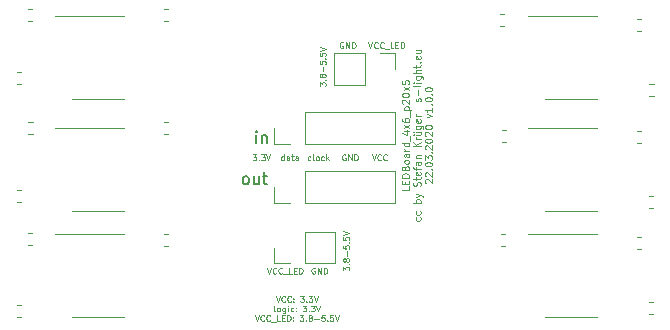
<source format=gbr>
G04 #@! TF.GenerationSoftware,KiCad,Pcbnew,5.99.0-unknown-103b0c1~100~ubuntu19.10.1*
G04 #@! TF.CreationDate,2020-03-22T12:14:24+01:00*
G04 #@! TF.ProjectId,LEDBoard_4x6_p20x5,4c454442-6f61-4726-945f-3478365f7032,v1.0.0*
G04 #@! TF.SameCoordinates,Original*
G04 #@! TF.FileFunction,Legend,Top*
G04 #@! TF.FilePolarity,Positive*
%FSLAX46Y46*%
G04 Gerber Fmt 4.6, Leading zero omitted, Abs format (unit mm)*
G04 Created by KiCad (PCBNEW 5.99.0-unknown-103b0c1~100~ubuntu19.10.1) date 2020-03-22 12:14:24*
%MOMM*%
%LPD*%
G01*
G04 APERTURE LIST*
%ADD10C,0.100000*%
%ADD11C,0.150000*%
%ADD12C,0.120000*%
G04 APERTURE END LIST*
D10*
X98726190Y-93942857D02*
X98726190Y-93633333D01*
X98916666Y-93800000D01*
X98916666Y-93728571D01*
X98940476Y-93680952D01*
X98964285Y-93657142D01*
X99011904Y-93633333D01*
X99130952Y-93633333D01*
X99178571Y-93657142D01*
X99202380Y-93680952D01*
X99226190Y-93728571D01*
X99226190Y-93871428D01*
X99202380Y-93919047D01*
X99178571Y-93942857D01*
X99178571Y-93419047D02*
X99202380Y-93395238D01*
X99226190Y-93419047D01*
X99202380Y-93442857D01*
X99178571Y-93419047D01*
X99226190Y-93419047D01*
X98940476Y-93109523D02*
X98916666Y-93157142D01*
X98892857Y-93180952D01*
X98845238Y-93204761D01*
X98821428Y-93204761D01*
X98773809Y-93180952D01*
X98750000Y-93157142D01*
X98726190Y-93109523D01*
X98726190Y-93014285D01*
X98750000Y-92966666D01*
X98773809Y-92942857D01*
X98821428Y-92919047D01*
X98845238Y-92919047D01*
X98892857Y-92942857D01*
X98916666Y-92966666D01*
X98940476Y-93014285D01*
X98940476Y-93109523D01*
X98964285Y-93157142D01*
X98988095Y-93180952D01*
X99035714Y-93204761D01*
X99130952Y-93204761D01*
X99178571Y-93180952D01*
X99202380Y-93157142D01*
X99226190Y-93109523D01*
X99226190Y-93014285D01*
X99202380Y-92966666D01*
X99178571Y-92942857D01*
X99130952Y-92919047D01*
X99035714Y-92919047D01*
X98988095Y-92942857D01*
X98964285Y-92966666D01*
X98940476Y-93014285D01*
X99035714Y-92704761D02*
X99035714Y-92323809D01*
X98726190Y-91847619D02*
X98726190Y-92085714D01*
X98964285Y-92109523D01*
X98940476Y-92085714D01*
X98916666Y-92038095D01*
X98916666Y-91919047D01*
X98940476Y-91871428D01*
X98964285Y-91847619D01*
X99011904Y-91823809D01*
X99130952Y-91823809D01*
X99178571Y-91847619D01*
X99202380Y-91871428D01*
X99226190Y-91919047D01*
X99226190Y-92038095D01*
X99202380Y-92085714D01*
X99178571Y-92109523D01*
X99178571Y-91609523D02*
X99202380Y-91585714D01*
X99226190Y-91609523D01*
X99202380Y-91633333D01*
X99178571Y-91609523D01*
X99226190Y-91609523D01*
X98726190Y-91133333D02*
X98726190Y-91371428D01*
X98964285Y-91395238D01*
X98940476Y-91371428D01*
X98916666Y-91323809D01*
X98916666Y-91204761D01*
X98940476Y-91157142D01*
X98964285Y-91133333D01*
X99011904Y-91109523D01*
X99130952Y-91109523D01*
X99178571Y-91133333D01*
X99202380Y-91157142D01*
X99226190Y-91204761D01*
X99226190Y-91323809D01*
X99202380Y-91371428D01*
X99178571Y-91395238D01*
X98726190Y-90966666D02*
X99226190Y-90800000D01*
X98726190Y-90633333D01*
X100726190Y-109542857D02*
X100726190Y-109233333D01*
X100916666Y-109400000D01*
X100916666Y-109328571D01*
X100940476Y-109280952D01*
X100964285Y-109257142D01*
X101011904Y-109233333D01*
X101130952Y-109233333D01*
X101178571Y-109257142D01*
X101202380Y-109280952D01*
X101226190Y-109328571D01*
X101226190Y-109471428D01*
X101202380Y-109519047D01*
X101178571Y-109542857D01*
X101178571Y-109019047D02*
X101202380Y-108995238D01*
X101226190Y-109019047D01*
X101202380Y-109042857D01*
X101178571Y-109019047D01*
X101226190Y-109019047D01*
X100940476Y-108709523D02*
X100916666Y-108757142D01*
X100892857Y-108780952D01*
X100845238Y-108804761D01*
X100821428Y-108804761D01*
X100773809Y-108780952D01*
X100750000Y-108757142D01*
X100726190Y-108709523D01*
X100726190Y-108614285D01*
X100750000Y-108566666D01*
X100773809Y-108542857D01*
X100821428Y-108519047D01*
X100845238Y-108519047D01*
X100892857Y-108542857D01*
X100916666Y-108566666D01*
X100940476Y-108614285D01*
X100940476Y-108709523D01*
X100964285Y-108757142D01*
X100988095Y-108780952D01*
X101035714Y-108804761D01*
X101130952Y-108804761D01*
X101178571Y-108780952D01*
X101202380Y-108757142D01*
X101226190Y-108709523D01*
X101226190Y-108614285D01*
X101202380Y-108566666D01*
X101178571Y-108542857D01*
X101130952Y-108519047D01*
X101035714Y-108519047D01*
X100988095Y-108542857D01*
X100964285Y-108566666D01*
X100940476Y-108614285D01*
X101035714Y-108304761D02*
X101035714Y-107923809D01*
X100726190Y-107447619D02*
X100726190Y-107685714D01*
X100964285Y-107709523D01*
X100940476Y-107685714D01*
X100916666Y-107638095D01*
X100916666Y-107519047D01*
X100940476Y-107471428D01*
X100964285Y-107447619D01*
X101011904Y-107423809D01*
X101130952Y-107423809D01*
X101178571Y-107447619D01*
X101202380Y-107471428D01*
X101226190Y-107519047D01*
X101226190Y-107638095D01*
X101202380Y-107685714D01*
X101178571Y-107709523D01*
X101178571Y-107209523D02*
X101202380Y-107185714D01*
X101226190Y-107209523D01*
X101202380Y-107233333D01*
X101178571Y-107209523D01*
X101226190Y-107209523D01*
X100726190Y-106733333D02*
X100726190Y-106971428D01*
X100964285Y-106995238D01*
X100940476Y-106971428D01*
X100916666Y-106923809D01*
X100916666Y-106804761D01*
X100940476Y-106757142D01*
X100964285Y-106733333D01*
X101011904Y-106709523D01*
X101130952Y-106709523D01*
X101178571Y-106733333D01*
X101202380Y-106757142D01*
X101226190Y-106804761D01*
X101226190Y-106923809D01*
X101202380Y-106971428D01*
X101178571Y-106995238D01*
X100726190Y-106566666D02*
X101226190Y-106400000D01*
X100726190Y-106233333D01*
X93061904Y-99726190D02*
X93371428Y-99726190D01*
X93204761Y-99916666D01*
X93276190Y-99916666D01*
X93323809Y-99940476D01*
X93347619Y-99964285D01*
X93371428Y-100011904D01*
X93371428Y-100130952D01*
X93347619Y-100178571D01*
X93323809Y-100202380D01*
X93276190Y-100226190D01*
X93133333Y-100226190D01*
X93085714Y-100202380D01*
X93061904Y-100178571D01*
X93585714Y-100178571D02*
X93609523Y-100202380D01*
X93585714Y-100226190D01*
X93561904Y-100202380D01*
X93585714Y-100178571D01*
X93585714Y-100226190D01*
X93776190Y-99726190D02*
X94085714Y-99726190D01*
X93919047Y-99916666D01*
X93990476Y-99916666D01*
X94038095Y-99940476D01*
X94061904Y-99964285D01*
X94085714Y-100011904D01*
X94085714Y-100130952D01*
X94061904Y-100178571D01*
X94038095Y-100202380D01*
X93990476Y-100226190D01*
X93847619Y-100226190D01*
X93800000Y-100202380D01*
X93776190Y-100178571D01*
X94228571Y-99726190D02*
X94395238Y-100226190D01*
X94561904Y-99726190D01*
D11*
X92390476Y-102252380D02*
X92295238Y-102204761D01*
X92247619Y-102157142D01*
X92200000Y-102061904D01*
X92200000Y-101776190D01*
X92247619Y-101680952D01*
X92295238Y-101633333D01*
X92390476Y-101585714D01*
X92533333Y-101585714D01*
X92628571Y-101633333D01*
X92676190Y-101680952D01*
X92723809Y-101776190D01*
X92723809Y-102061904D01*
X92676190Y-102157142D01*
X92628571Y-102204761D01*
X92533333Y-102252380D01*
X92390476Y-102252380D01*
X93580952Y-101585714D02*
X93580952Y-102252380D01*
X93152380Y-101585714D02*
X93152380Y-102109523D01*
X93200000Y-102204761D01*
X93295238Y-102252380D01*
X93438095Y-102252380D01*
X93533333Y-102204761D01*
X93580952Y-102157142D01*
X93914285Y-101585714D02*
X94295238Y-101585714D01*
X94057142Y-101252380D02*
X94057142Y-102109523D01*
X94104761Y-102204761D01*
X94200000Y-102252380D01*
X94295238Y-102252380D01*
X93347619Y-98752380D02*
X93347619Y-98085714D01*
X93347619Y-97752380D02*
X93300000Y-97800000D01*
X93347619Y-97847619D01*
X93395238Y-97800000D01*
X93347619Y-97752380D01*
X93347619Y-97847619D01*
X93823809Y-98085714D02*
X93823809Y-98752380D01*
X93823809Y-98180952D02*
X93871428Y-98133333D01*
X93966666Y-98085714D01*
X94109523Y-98085714D01*
X94204761Y-98133333D01*
X94252380Y-98228571D01*
X94252380Y-98752380D01*
D10*
X97945238Y-100202380D02*
X97897619Y-100226190D01*
X97802380Y-100226190D01*
X97754761Y-100202380D01*
X97730952Y-100178571D01*
X97707142Y-100130952D01*
X97707142Y-99988095D01*
X97730952Y-99940476D01*
X97754761Y-99916666D01*
X97802380Y-99892857D01*
X97897619Y-99892857D01*
X97945238Y-99916666D01*
X98230952Y-100226190D02*
X98183333Y-100202380D01*
X98159523Y-100154761D01*
X98159523Y-99726190D01*
X98492857Y-100226190D02*
X98445238Y-100202380D01*
X98421428Y-100178571D01*
X98397619Y-100130952D01*
X98397619Y-99988095D01*
X98421428Y-99940476D01*
X98445238Y-99916666D01*
X98492857Y-99892857D01*
X98564285Y-99892857D01*
X98611904Y-99916666D01*
X98635714Y-99940476D01*
X98659523Y-99988095D01*
X98659523Y-100130952D01*
X98635714Y-100178571D01*
X98611904Y-100202380D01*
X98564285Y-100226190D01*
X98492857Y-100226190D01*
X99088095Y-100202380D02*
X99040476Y-100226190D01*
X98945238Y-100226190D01*
X98897619Y-100202380D01*
X98873809Y-100178571D01*
X98850000Y-100130952D01*
X98850000Y-99988095D01*
X98873809Y-99940476D01*
X98897619Y-99916666D01*
X98945238Y-99892857D01*
X99040476Y-99892857D01*
X99088095Y-99916666D01*
X99302380Y-100226190D02*
X99302380Y-99726190D01*
X99350000Y-100035714D02*
X99492857Y-100226190D01*
X99492857Y-99892857D02*
X99302380Y-100083333D01*
X95711904Y-100226190D02*
X95711904Y-99726190D01*
X95711904Y-100202380D02*
X95664285Y-100226190D01*
X95569047Y-100226190D01*
X95521428Y-100202380D01*
X95497619Y-100178571D01*
X95473809Y-100130952D01*
X95473809Y-99988095D01*
X95497619Y-99940476D01*
X95521428Y-99916666D01*
X95569047Y-99892857D01*
X95664285Y-99892857D01*
X95711904Y-99916666D01*
X96164285Y-100226190D02*
X96164285Y-99964285D01*
X96140476Y-99916666D01*
X96092857Y-99892857D01*
X95997619Y-99892857D01*
X95950000Y-99916666D01*
X96164285Y-100202380D02*
X96116666Y-100226190D01*
X95997619Y-100226190D01*
X95950000Y-100202380D01*
X95926190Y-100154761D01*
X95926190Y-100107142D01*
X95950000Y-100059523D01*
X95997619Y-100035714D01*
X96116666Y-100035714D01*
X96164285Y-100011904D01*
X96330952Y-99892857D02*
X96521428Y-99892857D01*
X96402380Y-99726190D02*
X96402380Y-100154761D01*
X96426190Y-100202380D01*
X96473809Y-100226190D01*
X96521428Y-100226190D01*
X96902380Y-100226190D02*
X96902380Y-99964285D01*
X96878571Y-99916666D01*
X96830952Y-99892857D01*
X96735714Y-99892857D01*
X96688095Y-99916666D01*
X96902380Y-100202380D02*
X96854761Y-100226190D01*
X96735714Y-100226190D01*
X96688095Y-100202380D01*
X96664285Y-100154761D01*
X96664285Y-100107142D01*
X96688095Y-100059523D01*
X96735714Y-100035714D01*
X96854761Y-100035714D01*
X96902380Y-100011904D01*
X103133333Y-99726190D02*
X103300000Y-100226190D01*
X103466666Y-99726190D01*
X103919047Y-100178571D02*
X103895238Y-100202380D01*
X103823809Y-100226190D01*
X103776190Y-100226190D01*
X103704761Y-100202380D01*
X103657142Y-100154761D01*
X103633333Y-100107142D01*
X103609523Y-100011904D01*
X103609523Y-99940476D01*
X103633333Y-99845238D01*
X103657142Y-99797619D01*
X103704761Y-99750000D01*
X103776190Y-99726190D01*
X103823809Y-99726190D01*
X103895238Y-99750000D01*
X103919047Y-99773809D01*
X104419047Y-100178571D02*
X104395238Y-100202380D01*
X104323809Y-100226190D01*
X104276190Y-100226190D01*
X104204761Y-100202380D01*
X104157142Y-100154761D01*
X104133333Y-100107142D01*
X104109523Y-100011904D01*
X104109523Y-99940476D01*
X104133333Y-99845238D01*
X104157142Y-99797619D01*
X104204761Y-99750000D01*
X104276190Y-99726190D01*
X104323809Y-99726190D01*
X104395238Y-99750000D01*
X104419047Y-99773809D01*
X100919047Y-99750000D02*
X100871428Y-99726190D01*
X100800000Y-99726190D01*
X100728571Y-99750000D01*
X100680952Y-99797619D01*
X100657142Y-99845238D01*
X100633333Y-99940476D01*
X100633333Y-100011904D01*
X100657142Y-100107142D01*
X100680952Y-100154761D01*
X100728571Y-100202380D01*
X100800000Y-100226190D01*
X100847619Y-100226190D01*
X100919047Y-100202380D01*
X100942857Y-100178571D01*
X100942857Y-100011904D01*
X100847619Y-100011904D01*
X101157142Y-100226190D02*
X101157142Y-99726190D01*
X101442857Y-100226190D01*
X101442857Y-99726190D01*
X101680952Y-100226190D02*
X101680952Y-99726190D01*
X101800000Y-99726190D01*
X101871428Y-99750000D01*
X101919047Y-99797619D01*
X101942857Y-99845238D01*
X101966666Y-99940476D01*
X101966666Y-100011904D01*
X101942857Y-100107142D01*
X101919047Y-100154761D01*
X101871428Y-100202380D01*
X101800000Y-100226190D01*
X101680952Y-100226190D01*
X98319047Y-109350000D02*
X98271428Y-109326190D01*
X98200000Y-109326190D01*
X98128571Y-109350000D01*
X98080952Y-109397619D01*
X98057142Y-109445238D01*
X98033333Y-109540476D01*
X98033333Y-109611904D01*
X98057142Y-109707142D01*
X98080952Y-109754761D01*
X98128571Y-109802380D01*
X98200000Y-109826190D01*
X98247619Y-109826190D01*
X98319047Y-109802380D01*
X98342857Y-109778571D01*
X98342857Y-109611904D01*
X98247619Y-109611904D01*
X98557142Y-109826190D02*
X98557142Y-109326190D01*
X98842857Y-109826190D01*
X98842857Y-109326190D01*
X99080952Y-109826190D02*
X99080952Y-109326190D01*
X99200000Y-109326190D01*
X99271428Y-109350000D01*
X99319047Y-109397619D01*
X99342857Y-109445238D01*
X99366666Y-109540476D01*
X99366666Y-109611904D01*
X99342857Y-109707142D01*
X99319047Y-109754761D01*
X99271428Y-109802380D01*
X99200000Y-109826190D01*
X99080952Y-109826190D01*
X94264285Y-109326190D02*
X94430952Y-109826190D01*
X94597619Y-109326190D01*
X95050000Y-109778571D02*
X95026190Y-109802380D01*
X94954761Y-109826190D01*
X94907142Y-109826190D01*
X94835714Y-109802380D01*
X94788095Y-109754761D01*
X94764285Y-109707142D01*
X94740476Y-109611904D01*
X94740476Y-109540476D01*
X94764285Y-109445238D01*
X94788095Y-109397619D01*
X94835714Y-109350000D01*
X94907142Y-109326190D01*
X94954761Y-109326190D01*
X95026190Y-109350000D01*
X95050000Y-109373809D01*
X95550000Y-109778571D02*
X95526190Y-109802380D01*
X95454761Y-109826190D01*
X95407142Y-109826190D01*
X95335714Y-109802380D01*
X95288095Y-109754761D01*
X95264285Y-109707142D01*
X95240476Y-109611904D01*
X95240476Y-109540476D01*
X95264285Y-109445238D01*
X95288095Y-109397619D01*
X95335714Y-109350000D01*
X95407142Y-109326190D01*
X95454761Y-109326190D01*
X95526190Y-109350000D01*
X95550000Y-109373809D01*
X95645238Y-109873809D02*
X96026190Y-109873809D01*
X96383333Y-109826190D02*
X96145238Y-109826190D01*
X96145238Y-109326190D01*
X96550000Y-109564285D02*
X96716666Y-109564285D01*
X96788095Y-109826190D02*
X96550000Y-109826190D01*
X96550000Y-109326190D01*
X96788095Y-109326190D01*
X97002380Y-109826190D02*
X97002380Y-109326190D01*
X97121428Y-109326190D01*
X97192857Y-109350000D01*
X97240476Y-109397619D01*
X97264285Y-109445238D01*
X97288095Y-109540476D01*
X97288095Y-109611904D01*
X97264285Y-109707142D01*
X97240476Y-109754761D01*
X97192857Y-109802380D01*
X97121428Y-109826190D01*
X97002380Y-109826190D01*
X102864285Y-90226190D02*
X103030952Y-90726190D01*
X103197619Y-90226190D01*
X103650000Y-90678571D02*
X103626190Y-90702380D01*
X103554761Y-90726190D01*
X103507142Y-90726190D01*
X103435714Y-90702380D01*
X103388095Y-90654761D01*
X103364285Y-90607142D01*
X103340476Y-90511904D01*
X103340476Y-90440476D01*
X103364285Y-90345238D01*
X103388095Y-90297619D01*
X103435714Y-90250000D01*
X103507142Y-90226190D01*
X103554761Y-90226190D01*
X103626190Y-90250000D01*
X103650000Y-90273809D01*
X104150000Y-90678571D02*
X104126190Y-90702380D01*
X104054761Y-90726190D01*
X104007142Y-90726190D01*
X103935714Y-90702380D01*
X103888095Y-90654761D01*
X103864285Y-90607142D01*
X103840476Y-90511904D01*
X103840476Y-90440476D01*
X103864285Y-90345238D01*
X103888095Y-90297619D01*
X103935714Y-90250000D01*
X104007142Y-90226190D01*
X104054761Y-90226190D01*
X104126190Y-90250000D01*
X104150000Y-90273809D01*
X104245238Y-90773809D02*
X104626190Y-90773809D01*
X104983333Y-90726190D02*
X104745238Y-90726190D01*
X104745238Y-90226190D01*
X105150000Y-90464285D02*
X105316666Y-90464285D01*
X105388095Y-90726190D02*
X105150000Y-90726190D01*
X105150000Y-90226190D01*
X105388095Y-90226190D01*
X105602380Y-90726190D02*
X105602380Y-90226190D01*
X105721428Y-90226190D01*
X105792857Y-90250000D01*
X105840476Y-90297619D01*
X105864285Y-90345238D01*
X105888095Y-90440476D01*
X105888095Y-90511904D01*
X105864285Y-90607142D01*
X105840476Y-90654761D01*
X105792857Y-90702380D01*
X105721428Y-90726190D01*
X105602380Y-90726190D01*
X100719047Y-90250000D02*
X100671428Y-90226190D01*
X100600000Y-90226190D01*
X100528571Y-90250000D01*
X100480952Y-90297619D01*
X100457142Y-90345238D01*
X100433333Y-90440476D01*
X100433333Y-90511904D01*
X100457142Y-90607142D01*
X100480952Y-90654761D01*
X100528571Y-90702380D01*
X100600000Y-90726190D01*
X100647619Y-90726190D01*
X100719047Y-90702380D01*
X100742857Y-90678571D01*
X100742857Y-90511904D01*
X100647619Y-90511904D01*
X100957142Y-90726190D02*
X100957142Y-90226190D01*
X101242857Y-90726190D01*
X101242857Y-90226190D01*
X101480952Y-90726190D02*
X101480952Y-90226190D01*
X101600000Y-90226190D01*
X101671428Y-90250000D01*
X101719047Y-90297619D01*
X101742857Y-90345238D01*
X101766666Y-90440476D01*
X101766666Y-90511904D01*
X101742857Y-90607142D01*
X101719047Y-90654761D01*
X101671428Y-90702380D01*
X101600000Y-90726190D01*
X101480952Y-90726190D01*
X95014285Y-111721190D02*
X95180952Y-112221190D01*
X95347619Y-111721190D01*
X95800000Y-112173571D02*
X95776190Y-112197380D01*
X95704761Y-112221190D01*
X95657142Y-112221190D01*
X95585714Y-112197380D01*
X95538095Y-112149761D01*
X95514285Y-112102142D01*
X95490476Y-112006904D01*
X95490476Y-111935476D01*
X95514285Y-111840238D01*
X95538095Y-111792619D01*
X95585714Y-111745000D01*
X95657142Y-111721190D01*
X95704761Y-111721190D01*
X95776190Y-111745000D01*
X95800000Y-111768809D01*
X96300000Y-112173571D02*
X96276190Y-112197380D01*
X96204761Y-112221190D01*
X96157142Y-112221190D01*
X96085714Y-112197380D01*
X96038095Y-112149761D01*
X96014285Y-112102142D01*
X95990476Y-112006904D01*
X95990476Y-111935476D01*
X96014285Y-111840238D01*
X96038095Y-111792619D01*
X96085714Y-111745000D01*
X96157142Y-111721190D01*
X96204761Y-111721190D01*
X96276190Y-111745000D01*
X96300000Y-111768809D01*
X96514285Y-112173571D02*
X96538095Y-112197380D01*
X96514285Y-112221190D01*
X96490476Y-112197380D01*
X96514285Y-112173571D01*
X96514285Y-112221190D01*
X96514285Y-111911666D02*
X96538095Y-111935476D01*
X96514285Y-111959285D01*
X96490476Y-111935476D01*
X96514285Y-111911666D01*
X96514285Y-111959285D01*
X97085714Y-111721190D02*
X97395238Y-111721190D01*
X97228571Y-111911666D01*
X97300000Y-111911666D01*
X97347619Y-111935476D01*
X97371428Y-111959285D01*
X97395238Y-112006904D01*
X97395238Y-112125952D01*
X97371428Y-112173571D01*
X97347619Y-112197380D01*
X97300000Y-112221190D01*
X97157142Y-112221190D01*
X97109523Y-112197380D01*
X97085714Y-112173571D01*
X97609523Y-112173571D02*
X97633333Y-112197380D01*
X97609523Y-112221190D01*
X97585714Y-112197380D01*
X97609523Y-112173571D01*
X97609523Y-112221190D01*
X97800000Y-111721190D02*
X98109523Y-111721190D01*
X97942857Y-111911666D01*
X98014285Y-111911666D01*
X98061904Y-111935476D01*
X98085714Y-111959285D01*
X98109523Y-112006904D01*
X98109523Y-112125952D01*
X98085714Y-112173571D01*
X98061904Y-112197380D01*
X98014285Y-112221190D01*
X97871428Y-112221190D01*
X97823809Y-112197380D01*
X97800000Y-112173571D01*
X98252380Y-111721190D02*
X98419047Y-112221190D01*
X98585714Y-111721190D01*
X94954761Y-113026190D02*
X94907142Y-113002380D01*
X94883333Y-112954761D01*
X94883333Y-112526190D01*
X95216666Y-113026190D02*
X95169047Y-113002380D01*
X95145238Y-112978571D01*
X95121428Y-112930952D01*
X95121428Y-112788095D01*
X95145238Y-112740476D01*
X95169047Y-112716666D01*
X95216666Y-112692857D01*
X95288095Y-112692857D01*
X95335714Y-112716666D01*
X95359523Y-112740476D01*
X95383333Y-112788095D01*
X95383333Y-112930952D01*
X95359523Y-112978571D01*
X95335714Y-113002380D01*
X95288095Y-113026190D01*
X95216666Y-113026190D01*
X95811904Y-112692857D02*
X95811904Y-113097619D01*
X95788095Y-113145238D01*
X95764285Y-113169047D01*
X95716666Y-113192857D01*
X95645238Y-113192857D01*
X95597619Y-113169047D01*
X95811904Y-113002380D02*
X95764285Y-113026190D01*
X95669047Y-113026190D01*
X95621428Y-113002380D01*
X95597619Y-112978571D01*
X95573809Y-112930952D01*
X95573809Y-112788095D01*
X95597619Y-112740476D01*
X95621428Y-112716666D01*
X95669047Y-112692857D01*
X95764285Y-112692857D01*
X95811904Y-112716666D01*
X96050000Y-113026190D02*
X96050000Y-112692857D01*
X96050000Y-112526190D02*
X96026190Y-112550000D01*
X96050000Y-112573809D01*
X96073809Y-112550000D01*
X96050000Y-112526190D01*
X96050000Y-112573809D01*
X96502380Y-113002380D02*
X96454761Y-113026190D01*
X96359523Y-113026190D01*
X96311904Y-113002380D01*
X96288095Y-112978571D01*
X96264285Y-112930952D01*
X96264285Y-112788095D01*
X96288095Y-112740476D01*
X96311904Y-112716666D01*
X96359523Y-112692857D01*
X96454761Y-112692857D01*
X96502380Y-112716666D01*
X96716666Y-112978571D02*
X96740476Y-113002380D01*
X96716666Y-113026190D01*
X96692857Y-113002380D01*
X96716666Y-112978571D01*
X96716666Y-113026190D01*
X96716666Y-112716666D02*
X96740476Y-112740476D01*
X96716666Y-112764285D01*
X96692857Y-112740476D01*
X96716666Y-112716666D01*
X96716666Y-112764285D01*
X97288095Y-112526190D02*
X97597619Y-112526190D01*
X97430952Y-112716666D01*
X97502380Y-112716666D01*
X97550000Y-112740476D01*
X97573809Y-112764285D01*
X97597619Y-112811904D01*
X97597619Y-112930952D01*
X97573809Y-112978571D01*
X97550000Y-113002380D01*
X97502380Y-113026190D01*
X97359523Y-113026190D01*
X97311904Y-113002380D01*
X97288095Y-112978571D01*
X97811904Y-112978571D02*
X97835714Y-113002380D01*
X97811904Y-113026190D01*
X97788095Y-113002380D01*
X97811904Y-112978571D01*
X97811904Y-113026190D01*
X98002380Y-112526190D02*
X98311904Y-112526190D01*
X98145238Y-112716666D01*
X98216666Y-112716666D01*
X98264285Y-112740476D01*
X98288095Y-112764285D01*
X98311904Y-112811904D01*
X98311904Y-112930952D01*
X98288095Y-112978571D01*
X98264285Y-113002380D01*
X98216666Y-113026190D01*
X98073809Y-113026190D01*
X98026190Y-113002380D01*
X98002380Y-112978571D01*
X98454761Y-112526190D02*
X98621428Y-113026190D01*
X98788095Y-112526190D01*
X93240476Y-113331190D02*
X93407142Y-113831190D01*
X93573809Y-113331190D01*
X94026190Y-113783571D02*
X94002380Y-113807380D01*
X93930952Y-113831190D01*
X93883333Y-113831190D01*
X93811904Y-113807380D01*
X93764285Y-113759761D01*
X93740476Y-113712142D01*
X93716666Y-113616904D01*
X93716666Y-113545476D01*
X93740476Y-113450238D01*
X93764285Y-113402619D01*
X93811904Y-113355000D01*
X93883333Y-113331190D01*
X93930952Y-113331190D01*
X94002380Y-113355000D01*
X94026190Y-113378809D01*
X94526190Y-113783571D02*
X94502380Y-113807380D01*
X94430952Y-113831190D01*
X94383333Y-113831190D01*
X94311904Y-113807380D01*
X94264285Y-113759761D01*
X94240476Y-113712142D01*
X94216666Y-113616904D01*
X94216666Y-113545476D01*
X94240476Y-113450238D01*
X94264285Y-113402619D01*
X94311904Y-113355000D01*
X94383333Y-113331190D01*
X94430952Y-113331190D01*
X94502380Y-113355000D01*
X94526190Y-113378809D01*
X94621428Y-113878809D02*
X95002380Y-113878809D01*
X95359523Y-113831190D02*
X95121428Y-113831190D01*
X95121428Y-113331190D01*
X95526190Y-113569285D02*
X95692857Y-113569285D01*
X95764285Y-113831190D02*
X95526190Y-113831190D01*
X95526190Y-113331190D01*
X95764285Y-113331190D01*
X95978571Y-113831190D02*
X95978571Y-113331190D01*
X96097619Y-113331190D01*
X96169047Y-113355000D01*
X96216666Y-113402619D01*
X96240476Y-113450238D01*
X96264285Y-113545476D01*
X96264285Y-113616904D01*
X96240476Y-113712142D01*
X96216666Y-113759761D01*
X96169047Y-113807380D01*
X96097619Y-113831190D01*
X95978571Y-113831190D01*
X96478571Y-113783571D02*
X96502380Y-113807380D01*
X96478571Y-113831190D01*
X96454761Y-113807380D01*
X96478571Y-113783571D01*
X96478571Y-113831190D01*
X96478571Y-113521666D02*
X96502380Y-113545476D01*
X96478571Y-113569285D01*
X96454761Y-113545476D01*
X96478571Y-113521666D01*
X96478571Y-113569285D01*
X97050000Y-113331190D02*
X97359523Y-113331190D01*
X97192857Y-113521666D01*
X97264285Y-113521666D01*
X97311904Y-113545476D01*
X97335714Y-113569285D01*
X97359523Y-113616904D01*
X97359523Y-113735952D01*
X97335714Y-113783571D01*
X97311904Y-113807380D01*
X97264285Y-113831190D01*
X97121428Y-113831190D01*
X97073809Y-113807380D01*
X97050000Y-113783571D01*
X97573809Y-113783571D02*
X97597619Y-113807380D01*
X97573809Y-113831190D01*
X97550000Y-113807380D01*
X97573809Y-113783571D01*
X97573809Y-113831190D01*
X97883333Y-113545476D02*
X97835714Y-113521666D01*
X97811904Y-113497857D01*
X97788095Y-113450238D01*
X97788095Y-113426428D01*
X97811904Y-113378809D01*
X97835714Y-113355000D01*
X97883333Y-113331190D01*
X97978571Y-113331190D01*
X98026190Y-113355000D01*
X98050000Y-113378809D01*
X98073809Y-113426428D01*
X98073809Y-113450238D01*
X98050000Y-113497857D01*
X98026190Y-113521666D01*
X97978571Y-113545476D01*
X97883333Y-113545476D01*
X97835714Y-113569285D01*
X97811904Y-113593095D01*
X97788095Y-113640714D01*
X97788095Y-113735952D01*
X97811904Y-113783571D01*
X97835714Y-113807380D01*
X97883333Y-113831190D01*
X97978571Y-113831190D01*
X98026190Y-113807380D01*
X98050000Y-113783571D01*
X98073809Y-113735952D01*
X98073809Y-113640714D01*
X98050000Y-113593095D01*
X98026190Y-113569285D01*
X97978571Y-113545476D01*
X98288095Y-113640714D02*
X98669047Y-113640714D01*
X99145238Y-113331190D02*
X98907142Y-113331190D01*
X98883333Y-113569285D01*
X98907142Y-113545476D01*
X98954761Y-113521666D01*
X99073809Y-113521666D01*
X99121428Y-113545476D01*
X99145238Y-113569285D01*
X99169047Y-113616904D01*
X99169047Y-113735952D01*
X99145238Y-113783571D01*
X99121428Y-113807380D01*
X99073809Y-113831190D01*
X98954761Y-113831190D01*
X98907142Y-113807380D01*
X98883333Y-113783571D01*
X99383333Y-113783571D02*
X99407142Y-113807380D01*
X99383333Y-113831190D01*
X99359523Y-113807380D01*
X99383333Y-113783571D01*
X99383333Y-113831190D01*
X99859523Y-113331190D02*
X99621428Y-113331190D01*
X99597619Y-113569285D01*
X99621428Y-113545476D01*
X99669047Y-113521666D01*
X99788095Y-113521666D01*
X99835714Y-113545476D01*
X99859523Y-113569285D01*
X99883333Y-113616904D01*
X99883333Y-113735952D01*
X99859523Y-113783571D01*
X99835714Y-113807380D01*
X99788095Y-113831190D01*
X99669047Y-113831190D01*
X99621428Y-113807380D01*
X99597619Y-113783571D01*
X100026190Y-113331190D02*
X100192857Y-113831190D01*
X100359523Y-113331190D01*
X106305428Y-102428571D02*
X106305428Y-102714285D01*
X105705428Y-102714285D01*
X105991142Y-102228571D02*
X105991142Y-102028571D01*
X106305428Y-101942857D02*
X106305428Y-102228571D01*
X105705428Y-102228571D01*
X105705428Y-101942857D01*
X106305428Y-101685714D02*
X105705428Y-101685714D01*
X105705428Y-101542857D01*
X105734000Y-101457142D01*
X105791142Y-101400000D01*
X105848285Y-101371428D01*
X105962571Y-101342857D01*
X106048285Y-101342857D01*
X106162571Y-101371428D01*
X106219714Y-101400000D01*
X106276857Y-101457142D01*
X106305428Y-101542857D01*
X106305428Y-101685714D01*
X105991142Y-100885714D02*
X106019714Y-100800000D01*
X106048285Y-100771428D01*
X106105428Y-100742857D01*
X106191142Y-100742857D01*
X106248285Y-100771428D01*
X106276857Y-100800000D01*
X106305428Y-100857142D01*
X106305428Y-101085714D01*
X105705428Y-101085714D01*
X105705428Y-100885714D01*
X105734000Y-100828571D01*
X105762571Y-100800000D01*
X105819714Y-100771428D01*
X105876857Y-100771428D01*
X105934000Y-100800000D01*
X105962571Y-100828571D01*
X105991142Y-100885714D01*
X105991142Y-101085714D01*
X106305428Y-100400000D02*
X106276857Y-100457142D01*
X106248285Y-100485714D01*
X106191142Y-100514285D01*
X106019714Y-100514285D01*
X105962571Y-100485714D01*
X105934000Y-100457142D01*
X105905428Y-100400000D01*
X105905428Y-100314285D01*
X105934000Y-100257142D01*
X105962571Y-100228571D01*
X106019714Y-100200000D01*
X106191142Y-100200000D01*
X106248285Y-100228571D01*
X106276857Y-100257142D01*
X106305428Y-100314285D01*
X106305428Y-100400000D01*
X106305428Y-99685714D02*
X105991142Y-99685714D01*
X105934000Y-99714285D01*
X105905428Y-99771428D01*
X105905428Y-99885714D01*
X105934000Y-99942857D01*
X106276857Y-99685714D02*
X106305428Y-99742857D01*
X106305428Y-99885714D01*
X106276857Y-99942857D01*
X106219714Y-99971428D01*
X106162571Y-99971428D01*
X106105428Y-99942857D01*
X106076857Y-99885714D01*
X106076857Y-99742857D01*
X106048285Y-99685714D01*
X106305428Y-99400000D02*
X105905428Y-99400000D01*
X106019714Y-99400000D02*
X105962571Y-99371428D01*
X105934000Y-99342857D01*
X105905428Y-99285714D01*
X105905428Y-99228571D01*
X106305428Y-98771428D02*
X105705428Y-98771428D01*
X106276857Y-98771428D02*
X106305428Y-98828571D01*
X106305428Y-98942857D01*
X106276857Y-99000000D01*
X106248285Y-99028571D01*
X106191142Y-99057142D01*
X106019714Y-99057142D01*
X105962571Y-99028571D01*
X105934000Y-99000000D01*
X105905428Y-98942857D01*
X105905428Y-98828571D01*
X105934000Y-98771428D01*
X106362571Y-98628571D02*
X106362571Y-98171428D01*
X105905428Y-97771428D02*
X106305428Y-97771428D01*
X105676857Y-97914285D02*
X106105428Y-98057142D01*
X106105428Y-97685714D01*
X106305428Y-97514285D02*
X105905428Y-97200000D01*
X105905428Y-97514285D02*
X106305428Y-97200000D01*
X105705428Y-96714285D02*
X105705428Y-96828571D01*
X105734000Y-96885714D01*
X105762571Y-96914285D01*
X105848285Y-96971428D01*
X105962571Y-97000000D01*
X106191142Y-97000000D01*
X106248285Y-96971428D01*
X106276857Y-96942857D01*
X106305428Y-96885714D01*
X106305428Y-96771428D01*
X106276857Y-96714285D01*
X106248285Y-96685714D01*
X106191142Y-96657142D01*
X106048285Y-96657142D01*
X105991142Y-96685714D01*
X105962571Y-96714285D01*
X105934000Y-96771428D01*
X105934000Y-96885714D01*
X105962571Y-96942857D01*
X105991142Y-96971428D01*
X106048285Y-97000000D01*
X106362571Y-96542857D02*
X106362571Y-96085714D01*
X105905428Y-95942857D02*
X106505428Y-95942857D01*
X105934000Y-95942857D02*
X105905428Y-95885714D01*
X105905428Y-95771428D01*
X105934000Y-95714285D01*
X105962571Y-95685714D01*
X106019714Y-95657142D01*
X106191142Y-95657142D01*
X106248285Y-95685714D01*
X106276857Y-95714285D01*
X106305428Y-95771428D01*
X106305428Y-95885714D01*
X106276857Y-95942857D01*
X105762571Y-95428571D02*
X105734000Y-95400000D01*
X105705428Y-95342857D01*
X105705428Y-95200000D01*
X105734000Y-95142857D01*
X105762571Y-95114285D01*
X105819714Y-95085714D01*
X105876857Y-95085714D01*
X105962571Y-95114285D01*
X106305428Y-95457142D01*
X106305428Y-95085714D01*
X105705428Y-94714285D02*
X105705428Y-94657142D01*
X105734000Y-94600000D01*
X105762571Y-94571428D01*
X105819714Y-94542857D01*
X105934000Y-94514285D01*
X106076857Y-94514285D01*
X106191142Y-94542857D01*
X106248285Y-94571428D01*
X106276857Y-94600000D01*
X106305428Y-94657142D01*
X106305428Y-94714285D01*
X106276857Y-94771428D01*
X106248285Y-94800000D01*
X106191142Y-94828571D01*
X106076857Y-94857142D01*
X105934000Y-94857142D01*
X105819714Y-94828571D01*
X105762571Y-94800000D01*
X105734000Y-94771428D01*
X105705428Y-94714285D01*
X106305428Y-94314285D02*
X105905428Y-94000000D01*
X105905428Y-94314285D02*
X106305428Y-94000000D01*
X105705428Y-93485714D02*
X105705428Y-93771428D01*
X105991142Y-93800000D01*
X105962571Y-93771428D01*
X105934000Y-93714285D01*
X105934000Y-93571428D01*
X105962571Y-93514285D01*
X105991142Y-93485714D01*
X106048285Y-93457142D01*
X106191142Y-93457142D01*
X106248285Y-93485714D01*
X106276857Y-93514285D01*
X106305428Y-93571428D01*
X106305428Y-93714285D01*
X106276857Y-93771428D01*
X106248285Y-93800000D01*
X107242857Y-105057142D02*
X107271428Y-105114285D01*
X107271428Y-105228571D01*
X107242857Y-105285714D01*
X107214285Y-105314285D01*
X107157142Y-105342857D01*
X106985714Y-105342857D01*
X106928571Y-105314285D01*
X106900000Y-105285714D01*
X106871428Y-105228571D01*
X106871428Y-105114285D01*
X106900000Y-105057142D01*
X107242857Y-104542857D02*
X107271428Y-104600000D01*
X107271428Y-104714285D01*
X107242857Y-104771428D01*
X107214285Y-104800000D01*
X107157142Y-104828571D01*
X106985714Y-104828571D01*
X106928571Y-104800000D01*
X106900000Y-104771428D01*
X106871428Y-104714285D01*
X106871428Y-104600000D01*
X106900000Y-104542857D01*
X107271428Y-103828571D02*
X106671428Y-103828571D01*
X106900000Y-103828571D02*
X106871428Y-103771428D01*
X106871428Y-103657142D01*
X106900000Y-103600000D01*
X106928571Y-103571428D01*
X106985714Y-103542857D01*
X107157142Y-103542857D01*
X107214285Y-103571428D01*
X107242857Y-103600000D01*
X107271428Y-103657142D01*
X107271428Y-103771428D01*
X107242857Y-103828571D01*
X106871428Y-103342857D02*
X107271428Y-103200000D01*
X106871428Y-103057142D02*
X107271428Y-103200000D01*
X107414285Y-103257142D01*
X107442857Y-103285714D01*
X107471428Y-103342857D01*
X107242857Y-102400000D02*
X107271428Y-102314285D01*
X107271428Y-102171428D01*
X107242857Y-102114285D01*
X107214285Y-102085714D01*
X107157142Y-102057142D01*
X107100000Y-102057142D01*
X107042857Y-102085714D01*
X107014285Y-102114285D01*
X106985714Y-102171428D01*
X106957142Y-102285714D01*
X106928571Y-102342857D01*
X106900000Y-102371428D01*
X106842857Y-102400000D01*
X106785714Y-102400000D01*
X106728571Y-102371428D01*
X106700000Y-102342857D01*
X106671428Y-102285714D01*
X106671428Y-102142857D01*
X106700000Y-102057142D01*
X106871428Y-101885714D02*
X106871428Y-101657142D01*
X106671428Y-101800000D02*
X107185714Y-101800000D01*
X107242857Y-101771428D01*
X107271428Y-101714285D01*
X107271428Y-101657142D01*
X107242857Y-101228571D02*
X107271428Y-101285714D01*
X107271428Y-101400000D01*
X107242857Y-101457142D01*
X107185714Y-101485714D01*
X106957142Y-101485714D01*
X106900000Y-101457142D01*
X106871428Y-101400000D01*
X106871428Y-101285714D01*
X106900000Y-101228571D01*
X106957142Y-101200000D01*
X107014285Y-101200000D01*
X107071428Y-101485714D01*
X106871428Y-101028571D02*
X106871428Y-100800000D01*
X107271428Y-100942857D02*
X106757142Y-100942857D01*
X106700000Y-100914285D01*
X106671428Y-100857142D01*
X106671428Y-100800000D01*
X107271428Y-100342857D02*
X106957142Y-100342857D01*
X106900000Y-100371428D01*
X106871428Y-100428571D01*
X106871428Y-100542857D01*
X106900000Y-100600000D01*
X107242857Y-100342857D02*
X107271428Y-100400000D01*
X107271428Y-100542857D01*
X107242857Y-100600000D01*
X107185714Y-100628571D01*
X107128571Y-100628571D01*
X107071428Y-100600000D01*
X107042857Y-100542857D01*
X107042857Y-100400000D01*
X107014285Y-100342857D01*
X106871428Y-100057142D02*
X107271428Y-100057142D01*
X106928571Y-100057142D02*
X106900000Y-100028571D01*
X106871428Y-99971428D01*
X106871428Y-99885714D01*
X106900000Y-99828571D01*
X106957142Y-99800000D01*
X107271428Y-99800000D01*
X107271428Y-99057142D02*
X106671428Y-99057142D01*
X107271428Y-98714285D02*
X106928571Y-98971428D01*
X106671428Y-98714285D02*
X107014285Y-99057142D01*
X107271428Y-98457142D02*
X106871428Y-98457142D01*
X106985714Y-98457142D02*
X106928571Y-98428571D01*
X106900000Y-98400000D01*
X106871428Y-98342857D01*
X106871428Y-98285714D01*
X106871428Y-97828571D02*
X107271428Y-97828571D01*
X106871428Y-98085714D02*
X107185714Y-98085714D01*
X107242857Y-98057142D01*
X107271428Y-98000000D01*
X107271428Y-97914285D01*
X107242857Y-97857142D01*
X107214285Y-97828571D01*
X106671428Y-98057142D02*
X106700000Y-98028571D01*
X106728571Y-98057142D01*
X106700000Y-98085714D01*
X106671428Y-98057142D01*
X106728571Y-98057142D01*
X106671428Y-97828571D02*
X106700000Y-97800000D01*
X106728571Y-97828571D01*
X106700000Y-97857142D01*
X106671428Y-97828571D01*
X106728571Y-97828571D01*
X106871428Y-97285714D02*
X107357142Y-97285714D01*
X107414285Y-97314285D01*
X107442857Y-97342857D01*
X107471428Y-97400000D01*
X107471428Y-97485714D01*
X107442857Y-97542857D01*
X107242857Y-97285714D02*
X107271428Y-97342857D01*
X107271428Y-97457142D01*
X107242857Y-97514285D01*
X107214285Y-97542857D01*
X107157142Y-97571428D01*
X106985714Y-97571428D01*
X106928571Y-97542857D01*
X106900000Y-97514285D01*
X106871428Y-97457142D01*
X106871428Y-97342857D01*
X106900000Y-97285714D01*
X107242857Y-96771428D02*
X107271428Y-96828571D01*
X107271428Y-96942857D01*
X107242857Y-97000000D01*
X107185714Y-97028571D01*
X106957142Y-97028571D01*
X106900000Y-97000000D01*
X106871428Y-96942857D01*
X106871428Y-96828571D01*
X106900000Y-96771428D01*
X106957142Y-96742857D01*
X107014285Y-96742857D01*
X107071428Y-97028571D01*
X107271428Y-96485714D02*
X106871428Y-96485714D01*
X106985714Y-96485714D02*
X106928571Y-96457142D01*
X106900000Y-96428571D01*
X106871428Y-96371428D01*
X106871428Y-96314285D01*
X107242857Y-95228571D02*
X107271428Y-95171428D01*
X107271428Y-95057142D01*
X107242857Y-95000000D01*
X107185714Y-94971428D01*
X107157142Y-94971428D01*
X107100000Y-95000000D01*
X107071428Y-95057142D01*
X107071428Y-95142857D01*
X107042857Y-95200000D01*
X106985714Y-95228571D01*
X106957142Y-95228571D01*
X106900000Y-95200000D01*
X106871428Y-95142857D01*
X106871428Y-95057142D01*
X106900000Y-95000000D01*
X107042857Y-94714285D02*
X107042857Y-94257142D01*
X107271428Y-93885714D02*
X107242857Y-93942857D01*
X107185714Y-93971428D01*
X106671428Y-93971428D01*
X107271428Y-93657142D02*
X106871428Y-93657142D01*
X106671428Y-93657142D02*
X106700000Y-93685714D01*
X106728571Y-93657142D01*
X106700000Y-93628571D01*
X106671428Y-93657142D01*
X106728571Y-93657142D01*
X106871428Y-93114285D02*
X107357142Y-93114285D01*
X107414285Y-93142857D01*
X107442857Y-93171428D01*
X107471428Y-93228571D01*
X107471428Y-93314285D01*
X107442857Y-93371428D01*
X107242857Y-93114285D02*
X107271428Y-93171428D01*
X107271428Y-93285714D01*
X107242857Y-93342857D01*
X107214285Y-93371428D01*
X107157142Y-93400000D01*
X106985714Y-93400000D01*
X106928571Y-93371428D01*
X106900000Y-93342857D01*
X106871428Y-93285714D01*
X106871428Y-93171428D01*
X106900000Y-93114285D01*
X107271428Y-92828571D02*
X106671428Y-92828571D01*
X107271428Y-92571428D02*
X106957142Y-92571428D01*
X106900000Y-92600000D01*
X106871428Y-92657142D01*
X106871428Y-92742857D01*
X106900000Y-92800000D01*
X106928571Y-92828571D01*
X106871428Y-92371428D02*
X106871428Y-92142857D01*
X106671428Y-92285714D02*
X107185714Y-92285714D01*
X107242857Y-92257142D01*
X107271428Y-92200000D01*
X107271428Y-92142857D01*
X107214285Y-91942857D02*
X107242857Y-91914285D01*
X107271428Y-91942857D01*
X107242857Y-91971428D01*
X107214285Y-91942857D01*
X107271428Y-91942857D01*
X107242857Y-91428571D02*
X107271428Y-91485714D01*
X107271428Y-91600000D01*
X107242857Y-91657142D01*
X107185714Y-91685714D01*
X106957142Y-91685714D01*
X106900000Y-91657142D01*
X106871428Y-91600000D01*
X106871428Y-91485714D01*
X106900000Y-91428571D01*
X106957142Y-91400000D01*
X107014285Y-91400000D01*
X107071428Y-91685714D01*
X106871428Y-90885714D02*
X107271428Y-90885714D01*
X106871428Y-91142857D02*
X107185714Y-91142857D01*
X107242857Y-91114285D01*
X107271428Y-91057142D01*
X107271428Y-90971428D01*
X107242857Y-90914285D01*
X107214285Y-90885714D01*
X107694571Y-102157142D02*
X107666000Y-102128571D01*
X107637428Y-102071428D01*
X107637428Y-101928571D01*
X107666000Y-101871428D01*
X107694571Y-101842857D01*
X107751714Y-101814285D01*
X107808857Y-101814285D01*
X107894571Y-101842857D01*
X108237428Y-102185714D01*
X108237428Y-101814285D01*
X107694571Y-101585714D02*
X107666000Y-101557142D01*
X107637428Y-101500000D01*
X107637428Y-101357142D01*
X107666000Y-101300000D01*
X107694571Y-101271428D01*
X107751714Y-101242857D01*
X107808857Y-101242857D01*
X107894571Y-101271428D01*
X108237428Y-101614285D01*
X108237428Y-101242857D01*
X108180285Y-100985714D02*
X108208857Y-100957142D01*
X108237428Y-100985714D01*
X108208857Y-101014285D01*
X108180285Y-100985714D01*
X108237428Y-100985714D01*
X107637428Y-100585714D02*
X107637428Y-100528571D01*
X107666000Y-100471428D01*
X107694571Y-100442857D01*
X107751714Y-100414285D01*
X107866000Y-100385714D01*
X108008857Y-100385714D01*
X108123142Y-100414285D01*
X108180285Y-100442857D01*
X108208857Y-100471428D01*
X108237428Y-100528571D01*
X108237428Y-100585714D01*
X108208857Y-100642857D01*
X108180285Y-100671428D01*
X108123142Y-100700000D01*
X108008857Y-100728571D01*
X107866000Y-100728571D01*
X107751714Y-100700000D01*
X107694571Y-100671428D01*
X107666000Y-100642857D01*
X107637428Y-100585714D01*
X107637428Y-100185714D02*
X107637428Y-99814285D01*
X107866000Y-100014285D01*
X107866000Y-99928571D01*
X107894571Y-99871428D01*
X107923142Y-99842857D01*
X107980285Y-99814285D01*
X108123142Y-99814285D01*
X108180285Y-99842857D01*
X108208857Y-99871428D01*
X108237428Y-99928571D01*
X108237428Y-100100000D01*
X108208857Y-100157142D01*
X108180285Y-100185714D01*
X108180285Y-99557142D02*
X108208857Y-99528571D01*
X108237428Y-99557142D01*
X108208857Y-99585714D01*
X108180285Y-99557142D01*
X108237428Y-99557142D01*
X107694571Y-99300000D02*
X107666000Y-99271428D01*
X107637428Y-99214285D01*
X107637428Y-99071428D01*
X107666000Y-99014285D01*
X107694571Y-98985714D01*
X107751714Y-98957142D01*
X107808857Y-98957142D01*
X107894571Y-98985714D01*
X108237428Y-99328571D01*
X108237428Y-98957142D01*
X107637428Y-98585714D02*
X107637428Y-98528571D01*
X107666000Y-98471428D01*
X107694571Y-98442857D01*
X107751714Y-98414285D01*
X107866000Y-98385714D01*
X108008857Y-98385714D01*
X108123142Y-98414285D01*
X108180285Y-98442857D01*
X108208857Y-98471428D01*
X108237428Y-98528571D01*
X108237428Y-98585714D01*
X108208857Y-98642857D01*
X108180285Y-98671428D01*
X108123142Y-98700000D01*
X108008857Y-98728571D01*
X107866000Y-98728571D01*
X107751714Y-98700000D01*
X107694571Y-98671428D01*
X107666000Y-98642857D01*
X107637428Y-98585714D01*
X107694571Y-98157142D02*
X107666000Y-98128571D01*
X107637428Y-98071428D01*
X107637428Y-97928571D01*
X107666000Y-97871428D01*
X107694571Y-97842857D01*
X107751714Y-97814285D01*
X107808857Y-97814285D01*
X107894571Y-97842857D01*
X108237428Y-98185714D01*
X108237428Y-97814285D01*
X107637428Y-97442857D02*
X107637428Y-97385714D01*
X107666000Y-97328571D01*
X107694571Y-97300000D01*
X107751714Y-97271428D01*
X107866000Y-97242857D01*
X108008857Y-97242857D01*
X108123142Y-97271428D01*
X108180285Y-97300000D01*
X108208857Y-97328571D01*
X108237428Y-97385714D01*
X108237428Y-97442857D01*
X108208857Y-97500000D01*
X108180285Y-97528571D01*
X108123142Y-97557142D01*
X108008857Y-97585714D01*
X107866000Y-97585714D01*
X107751714Y-97557142D01*
X107694571Y-97528571D01*
X107666000Y-97500000D01*
X107637428Y-97442857D01*
X107837428Y-96585714D02*
X108237428Y-96442857D01*
X107837428Y-96300000D01*
X108237428Y-95757142D02*
X108237428Y-96100000D01*
X108237428Y-95928571D02*
X107637428Y-95928571D01*
X107723142Y-95985714D01*
X107780285Y-96042857D01*
X107808857Y-96100000D01*
X108180285Y-95500000D02*
X108208857Y-95471428D01*
X108237428Y-95500000D01*
X108208857Y-95528571D01*
X108180285Y-95500000D01*
X108237428Y-95500000D01*
X107637428Y-95100000D02*
X107637428Y-95042857D01*
X107666000Y-94985714D01*
X107694571Y-94957142D01*
X107751714Y-94928571D01*
X107866000Y-94900000D01*
X108008857Y-94900000D01*
X108123142Y-94928571D01*
X108180285Y-94957142D01*
X108208857Y-94985714D01*
X108237428Y-95042857D01*
X108237428Y-95100000D01*
X108208857Y-95157142D01*
X108180285Y-95185714D01*
X108123142Y-95214285D01*
X108008857Y-95242857D01*
X107866000Y-95242857D01*
X107751714Y-95214285D01*
X107694571Y-95185714D01*
X107666000Y-95157142D01*
X107637428Y-95100000D01*
X108180285Y-94642857D02*
X108208857Y-94614285D01*
X108237428Y-94642857D01*
X108208857Y-94671428D01*
X108180285Y-94642857D01*
X108237428Y-94642857D01*
X107637428Y-94242857D02*
X107637428Y-94185714D01*
X107666000Y-94128571D01*
X107694571Y-94100000D01*
X107751714Y-94071428D01*
X107866000Y-94042857D01*
X108008857Y-94042857D01*
X108123142Y-94071428D01*
X108180285Y-94100000D01*
X108208857Y-94128571D01*
X108237428Y-94185714D01*
X108237428Y-94242857D01*
X108208857Y-94300000D01*
X108180285Y-94328571D01*
X108123142Y-94357142D01*
X108008857Y-94385714D01*
X107866000Y-94385714D01*
X107751714Y-94357142D01*
X107694571Y-94328571D01*
X107666000Y-94300000D01*
X107637428Y-94242857D01*
D12*
X73078733Y-92740000D02*
X73421267Y-92740000D01*
X73078733Y-93760000D02*
X73421267Y-93760000D01*
X120000000Y-113510000D02*
X122200000Y-113510000D01*
X120000000Y-113510000D02*
X117800000Y-113510000D01*
X120000000Y-106490000D02*
X122200000Y-106490000D01*
X120000000Y-106490000D02*
X116350000Y-106490000D01*
X120000000Y-104510000D02*
X122200000Y-104510000D01*
X120000000Y-104510000D02*
X117800000Y-104510000D01*
X120000000Y-97490000D02*
X122200000Y-97490000D01*
X120000000Y-97490000D02*
X116350000Y-97490000D01*
X120000000Y-95010000D02*
X122200000Y-95010000D01*
X120000000Y-95010000D02*
X117800000Y-95010000D01*
X120000000Y-87990000D02*
X122200000Y-87990000D01*
X120000000Y-87990000D02*
X116350000Y-87990000D01*
X80000000Y-113510000D02*
X82200000Y-113510000D01*
X80000000Y-113510000D02*
X77800000Y-113510000D01*
X80000000Y-106490000D02*
X82200000Y-106490000D01*
X80000000Y-106490000D02*
X76350000Y-106490000D01*
X80000000Y-104510000D02*
X82200000Y-104510000D01*
X80000000Y-104510000D02*
X77800000Y-104510000D01*
X80000000Y-97490000D02*
X82200000Y-97490000D01*
X80000000Y-97490000D02*
X76350000Y-97490000D01*
X80000000Y-95010000D02*
X82200000Y-95010000D01*
X80000000Y-95010000D02*
X77800000Y-95010000D01*
X80000000Y-87990000D02*
X82200000Y-87990000D01*
X80000000Y-87990000D02*
X76350000Y-87990000D01*
X114421267Y-107510000D02*
X114078733Y-107510000D01*
X114421267Y-106490000D02*
X114078733Y-106490000D01*
X114471267Y-98710000D02*
X114128733Y-98710000D01*
X114471267Y-97690000D02*
X114128733Y-97690000D01*
X114329919Y-88881799D02*
X113987385Y-88881799D01*
X114329919Y-87861799D02*
X113987385Y-87861799D01*
X74345021Y-107398430D02*
X74002487Y-107398430D01*
X74345021Y-106378430D02*
X74002487Y-106378430D01*
X74421267Y-98010000D02*
X74078733Y-98010000D01*
X74421267Y-96990000D02*
X74078733Y-96990000D01*
X74370268Y-88412418D02*
X74027734Y-88412418D01*
X74370268Y-87392418D02*
X74027734Y-87392418D01*
X99940000Y-91170000D02*
X99940000Y-93830000D01*
X102540000Y-91170000D02*
X99940000Y-91170000D01*
X102540000Y-93830000D02*
X99940000Y-93830000D01*
X102540000Y-91170000D02*
X102540000Y-93830000D01*
X103810000Y-91170000D02*
X105140000Y-91170000D01*
X105140000Y-91170000D02*
X105140000Y-92500000D01*
X100060000Y-108950000D02*
X100060000Y-106290000D01*
X97460000Y-108950000D02*
X100060000Y-108950000D01*
X97460000Y-106290000D02*
X100060000Y-106290000D01*
X97460000Y-108950000D02*
X97460000Y-106290000D01*
X96190000Y-108950000D02*
X94860000Y-108950000D01*
X94860000Y-108950000D02*
X94860000Y-107620000D01*
X105140000Y-103830000D02*
X105140000Y-101170000D01*
X97460000Y-103830000D02*
X105140000Y-103830000D01*
X97460000Y-101170000D02*
X105140000Y-101170000D01*
X97460000Y-103830000D02*
X97460000Y-101170000D01*
X96190000Y-103830000D02*
X94860000Y-103830000D01*
X94860000Y-103830000D02*
X94860000Y-102500000D01*
X105140000Y-98830000D02*
X105140000Y-96170000D01*
X97460000Y-98830000D02*
X105140000Y-98830000D01*
X97460000Y-96170000D02*
X105140000Y-96170000D01*
X97460000Y-98830000D02*
X97460000Y-96170000D01*
X96190000Y-98830000D02*
X94860000Y-98830000D01*
X94860000Y-98830000D02*
X94860000Y-97500000D01*
X125578733Y-106740000D02*
X125921267Y-106740000D01*
X125578733Y-107760000D02*
X125921267Y-107760000D01*
X126965604Y-113260000D02*
X126623070Y-113260000D01*
X126965604Y-112240000D02*
X126623070Y-112240000D01*
X125578733Y-97740000D02*
X125921267Y-97740000D01*
X125578733Y-98760000D02*
X125921267Y-98760000D01*
X126921267Y-104260000D02*
X126578733Y-104260000D01*
X126921267Y-103240000D02*
X126578733Y-103240000D01*
X125578733Y-88240000D02*
X125921267Y-88240000D01*
X125578733Y-89260000D02*
X125921267Y-89260000D01*
X126997770Y-94760000D02*
X126655236Y-94760000D01*
X126997770Y-93740000D02*
X126655236Y-93740000D01*
X85578733Y-106490000D02*
X85921267Y-106490000D01*
X85578733Y-107510000D02*
X85921267Y-107510000D01*
X73078733Y-112490000D02*
X73421267Y-112490000D01*
X73078733Y-113510000D02*
X73421267Y-113510000D01*
X85578733Y-96990000D02*
X85921267Y-96990000D01*
X85578733Y-98010000D02*
X85921267Y-98010000D01*
X73078733Y-102740000D02*
X73421267Y-102740000D01*
X73078733Y-103760000D02*
X73421267Y-103760000D01*
X85578733Y-87392479D02*
X85921267Y-87392479D01*
X85578733Y-88412479D02*
X85921267Y-88412479D01*
M02*

</source>
